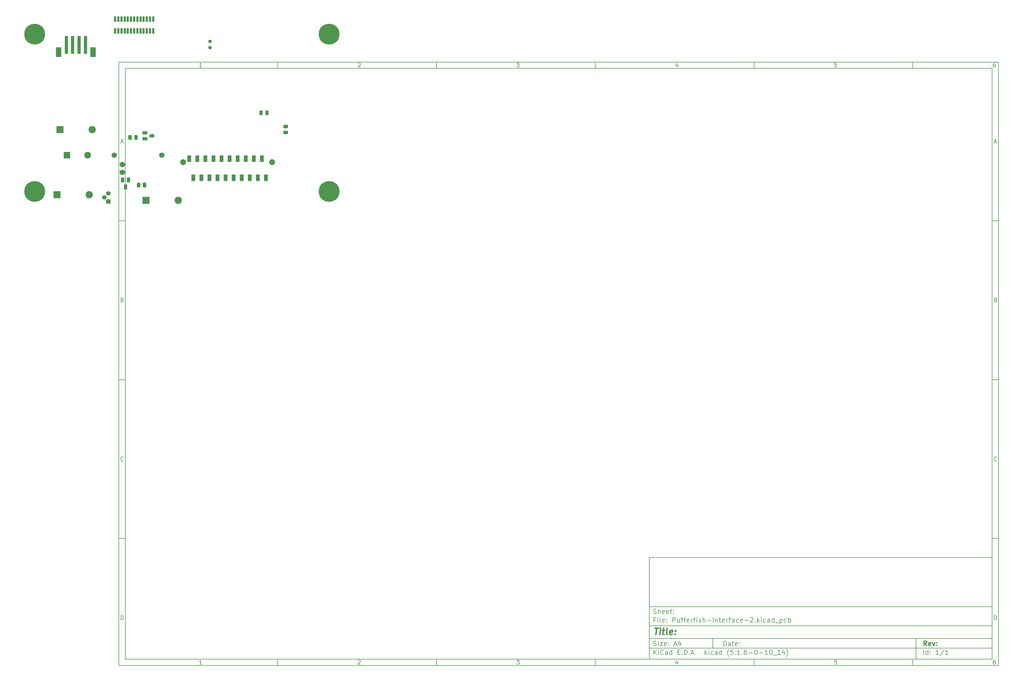
<source format=gbr>
G04 #@! TF.GenerationSoftware,KiCad,Pcbnew,(5.1.6-0-10_14)*
G04 #@! TF.CreationDate,2020-09-30T22:45:02-04:00*
G04 #@! TF.ProjectId,Pufferfish-Interface-2,50756666-6572-4666-9973-682d496e7465,rev?*
G04 #@! TF.SameCoordinates,Original*
G04 #@! TF.FileFunction,Soldermask,Bot*
G04 #@! TF.FilePolarity,Negative*
%FSLAX46Y46*%
G04 Gerber Fmt 4.6, Leading zero omitted, Abs format (unit mm)*
G04 Created by KiCad (PCBNEW (5.1.6-0-10_14)) date 2020-09-30 22:45:02*
%MOMM*%
%LPD*%
G01*
G04 APERTURE LIST*
%ADD10C,0.100000*%
%ADD11C,0.150000*%
%ADD12C,0.300000*%
%ADD13C,0.400000*%
%ADD14R,0.700000X1.750000*%
%ADD15C,1.852600*%
%ADD16R,1.293800X2.106600*%
%ADD17C,1.700000*%
%ADD18C,6.553200*%
%ADD19O,2.300000X2.300000*%
%ADD20R,2.300000X2.300000*%
%ADD21R,2.100000X2.100000*%
%ADD22C,2.100000*%
%ADD23C,1.110000*%
%ADD24R,1.400000X1.400000*%
%ADD25C,1.400000*%
%ADD26R,1.500000X1.100000*%
%ADD27R,1.100000X1.500000*%
%ADD28R,1.100000X5.600000*%
%ADD29R,1.700000X3.100000*%
G04 APERTURE END LIST*
D10*
D11*
X177002200Y-166007200D02*
X177002200Y-198007200D01*
X285002200Y-198007200D01*
X285002200Y-166007200D01*
X177002200Y-166007200D01*
D10*
D11*
X10000000Y-10000000D02*
X10000000Y-200007200D01*
X287002200Y-200007200D01*
X287002200Y-10000000D01*
X10000000Y-10000000D01*
D10*
D11*
X12000000Y-12000000D02*
X12000000Y-198007200D01*
X285002200Y-198007200D01*
X285002200Y-12000000D01*
X12000000Y-12000000D01*
D10*
D11*
X60000000Y-12000000D02*
X60000000Y-10000000D01*
D10*
D11*
X110000000Y-12000000D02*
X110000000Y-10000000D01*
D10*
D11*
X160000000Y-12000000D02*
X160000000Y-10000000D01*
D10*
D11*
X210000000Y-12000000D02*
X210000000Y-10000000D01*
D10*
D11*
X260000000Y-12000000D02*
X260000000Y-10000000D01*
D10*
D11*
X36065476Y-11588095D02*
X35322619Y-11588095D01*
X35694047Y-11588095D02*
X35694047Y-10288095D01*
X35570238Y-10473809D01*
X35446428Y-10597619D01*
X35322619Y-10659523D01*
D10*
D11*
X85322619Y-10411904D02*
X85384523Y-10350000D01*
X85508333Y-10288095D01*
X85817857Y-10288095D01*
X85941666Y-10350000D01*
X86003571Y-10411904D01*
X86065476Y-10535714D01*
X86065476Y-10659523D01*
X86003571Y-10845238D01*
X85260714Y-11588095D01*
X86065476Y-11588095D01*
D10*
D11*
X135260714Y-10288095D02*
X136065476Y-10288095D01*
X135632142Y-10783333D01*
X135817857Y-10783333D01*
X135941666Y-10845238D01*
X136003571Y-10907142D01*
X136065476Y-11030952D01*
X136065476Y-11340476D01*
X136003571Y-11464285D01*
X135941666Y-11526190D01*
X135817857Y-11588095D01*
X135446428Y-11588095D01*
X135322619Y-11526190D01*
X135260714Y-11464285D01*
D10*
D11*
X185941666Y-10721428D02*
X185941666Y-11588095D01*
X185632142Y-10226190D02*
X185322619Y-11154761D01*
X186127380Y-11154761D01*
D10*
D11*
X236003571Y-10288095D02*
X235384523Y-10288095D01*
X235322619Y-10907142D01*
X235384523Y-10845238D01*
X235508333Y-10783333D01*
X235817857Y-10783333D01*
X235941666Y-10845238D01*
X236003571Y-10907142D01*
X236065476Y-11030952D01*
X236065476Y-11340476D01*
X236003571Y-11464285D01*
X235941666Y-11526190D01*
X235817857Y-11588095D01*
X235508333Y-11588095D01*
X235384523Y-11526190D01*
X235322619Y-11464285D01*
D10*
D11*
X285941666Y-10288095D02*
X285694047Y-10288095D01*
X285570238Y-10350000D01*
X285508333Y-10411904D01*
X285384523Y-10597619D01*
X285322619Y-10845238D01*
X285322619Y-11340476D01*
X285384523Y-11464285D01*
X285446428Y-11526190D01*
X285570238Y-11588095D01*
X285817857Y-11588095D01*
X285941666Y-11526190D01*
X286003571Y-11464285D01*
X286065476Y-11340476D01*
X286065476Y-11030952D01*
X286003571Y-10907142D01*
X285941666Y-10845238D01*
X285817857Y-10783333D01*
X285570238Y-10783333D01*
X285446428Y-10845238D01*
X285384523Y-10907142D01*
X285322619Y-11030952D01*
D10*
D11*
X60000000Y-198007200D02*
X60000000Y-200007200D01*
D10*
D11*
X110000000Y-198007200D02*
X110000000Y-200007200D01*
D10*
D11*
X160000000Y-198007200D02*
X160000000Y-200007200D01*
D10*
D11*
X210000000Y-198007200D02*
X210000000Y-200007200D01*
D10*
D11*
X260000000Y-198007200D02*
X260000000Y-200007200D01*
D10*
D11*
X36065476Y-199595295D02*
X35322619Y-199595295D01*
X35694047Y-199595295D02*
X35694047Y-198295295D01*
X35570238Y-198481009D01*
X35446428Y-198604819D01*
X35322619Y-198666723D01*
D10*
D11*
X85322619Y-198419104D02*
X85384523Y-198357200D01*
X85508333Y-198295295D01*
X85817857Y-198295295D01*
X85941666Y-198357200D01*
X86003571Y-198419104D01*
X86065476Y-198542914D01*
X86065476Y-198666723D01*
X86003571Y-198852438D01*
X85260714Y-199595295D01*
X86065476Y-199595295D01*
D10*
D11*
X135260714Y-198295295D02*
X136065476Y-198295295D01*
X135632142Y-198790533D01*
X135817857Y-198790533D01*
X135941666Y-198852438D01*
X136003571Y-198914342D01*
X136065476Y-199038152D01*
X136065476Y-199347676D01*
X136003571Y-199471485D01*
X135941666Y-199533390D01*
X135817857Y-199595295D01*
X135446428Y-199595295D01*
X135322619Y-199533390D01*
X135260714Y-199471485D01*
D10*
D11*
X185941666Y-198728628D02*
X185941666Y-199595295D01*
X185632142Y-198233390D02*
X185322619Y-199161961D01*
X186127380Y-199161961D01*
D10*
D11*
X236003571Y-198295295D02*
X235384523Y-198295295D01*
X235322619Y-198914342D01*
X235384523Y-198852438D01*
X235508333Y-198790533D01*
X235817857Y-198790533D01*
X235941666Y-198852438D01*
X236003571Y-198914342D01*
X236065476Y-199038152D01*
X236065476Y-199347676D01*
X236003571Y-199471485D01*
X235941666Y-199533390D01*
X235817857Y-199595295D01*
X235508333Y-199595295D01*
X235384523Y-199533390D01*
X235322619Y-199471485D01*
D10*
D11*
X285941666Y-198295295D02*
X285694047Y-198295295D01*
X285570238Y-198357200D01*
X285508333Y-198419104D01*
X285384523Y-198604819D01*
X285322619Y-198852438D01*
X285322619Y-199347676D01*
X285384523Y-199471485D01*
X285446428Y-199533390D01*
X285570238Y-199595295D01*
X285817857Y-199595295D01*
X285941666Y-199533390D01*
X286003571Y-199471485D01*
X286065476Y-199347676D01*
X286065476Y-199038152D01*
X286003571Y-198914342D01*
X285941666Y-198852438D01*
X285817857Y-198790533D01*
X285570238Y-198790533D01*
X285446428Y-198852438D01*
X285384523Y-198914342D01*
X285322619Y-199038152D01*
D10*
D11*
X10000000Y-60000000D02*
X12000000Y-60000000D01*
D10*
D11*
X10000000Y-110000000D02*
X12000000Y-110000000D01*
D10*
D11*
X10000000Y-160000000D02*
X12000000Y-160000000D01*
D10*
D11*
X10690476Y-35216666D02*
X11309523Y-35216666D01*
X10566666Y-35588095D02*
X11000000Y-34288095D01*
X11433333Y-35588095D01*
D10*
D11*
X11092857Y-84907142D02*
X11278571Y-84969047D01*
X11340476Y-85030952D01*
X11402380Y-85154761D01*
X11402380Y-85340476D01*
X11340476Y-85464285D01*
X11278571Y-85526190D01*
X11154761Y-85588095D01*
X10659523Y-85588095D01*
X10659523Y-84288095D01*
X11092857Y-84288095D01*
X11216666Y-84350000D01*
X11278571Y-84411904D01*
X11340476Y-84535714D01*
X11340476Y-84659523D01*
X11278571Y-84783333D01*
X11216666Y-84845238D01*
X11092857Y-84907142D01*
X10659523Y-84907142D01*
D10*
D11*
X11402380Y-135464285D02*
X11340476Y-135526190D01*
X11154761Y-135588095D01*
X11030952Y-135588095D01*
X10845238Y-135526190D01*
X10721428Y-135402380D01*
X10659523Y-135278571D01*
X10597619Y-135030952D01*
X10597619Y-134845238D01*
X10659523Y-134597619D01*
X10721428Y-134473809D01*
X10845238Y-134350000D01*
X11030952Y-134288095D01*
X11154761Y-134288095D01*
X11340476Y-134350000D01*
X11402380Y-134411904D01*
D10*
D11*
X10659523Y-185588095D02*
X10659523Y-184288095D01*
X10969047Y-184288095D01*
X11154761Y-184350000D01*
X11278571Y-184473809D01*
X11340476Y-184597619D01*
X11402380Y-184845238D01*
X11402380Y-185030952D01*
X11340476Y-185278571D01*
X11278571Y-185402380D01*
X11154761Y-185526190D01*
X10969047Y-185588095D01*
X10659523Y-185588095D01*
D10*
D11*
X287002200Y-60000000D02*
X285002200Y-60000000D01*
D10*
D11*
X287002200Y-110000000D02*
X285002200Y-110000000D01*
D10*
D11*
X287002200Y-160000000D02*
X285002200Y-160000000D01*
D10*
D11*
X285692676Y-35216666D02*
X286311723Y-35216666D01*
X285568866Y-35588095D02*
X286002200Y-34288095D01*
X286435533Y-35588095D01*
D10*
D11*
X286095057Y-84907142D02*
X286280771Y-84969047D01*
X286342676Y-85030952D01*
X286404580Y-85154761D01*
X286404580Y-85340476D01*
X286342676Y-85464285D01*
X286280771Y-85526190D01*
X286156961Y-85588095D01*
X285661723Y-85588095D01*
X285661723Y-84288095D01*
X286095057Y-84288095D01*
X286218866Y-84350000D01*
X286280771Y-84411904D01*
X286342676Y-84535714D01*
X286342676Y-84659523D01*
X286280771Y-84783333D01*
X286218866Y-84845238D01*
X286095057Y-84907142D01*
X285661723Y-84907142D01*
D10*
D11*
X286404580Y-135464285D02*
X286342676Y-135526190D01*
X286156961Y-135588095D01*
X286033152Y-135588095D01*
X285847438Y-135526190D01*
X285723628Y-135402380D01*
X285661723Y-135278571D01*
X285599819Y-135030952D01*
X285599819Y-134845238D01*
X285661723Y-134597619D01*
X285723628Y-134473809D01*
X285847438Y-134350000D01*
X286033152Y-134288095D01*
X286156961Y-134288095D01*
X286342676Y-134350000D01*
X286404580Y-134411904D01*
D10*
D11*
X285661723Y-185588095D02*
X285661723Y-184288095D01*
X285971247Y-184288095D01*
X286156961Y-184350000D01*
X286280771Y-184473809D01*
X286342676Y-184597619D01*
X286404580Y-184845238D01*
X286404580Y-185030952D01*
X286342676Y-185278571D01*
X286280771Y-185402380D01*
X286156961Y-185526190D01*
X285971247Y-185588095D01*
X285661723Y-185588095D01*
D10*
D11*
X200434342Y-193785771D02*
X200434342Y-192285771D01*
X200791485Y-192285771D01*
X201005771Y-192357200D01*
X201148628Y-192500057D01*
X201220057Y-192642914D01*
X201291485Y-192928628D01*
X201291485Y-193142914D01*
X201220057Y-193428628D01*
X201148628Y-193571485D01*
X201005771Y-193714342D01*
X200791485Y-193785771D01*
X200434342Y-193785771D01*
X202577200Y-193785771D02*
X202577200Y-193000057D01*
X202505771Y-192857200D01*
X202362914Y-192785771D01*
X202077200Y-192785771D01*
X201934342Y-192857200D01*
X202577200Y-193714342D02*
X202434342Y-193785771D01*
X202077200Y-193785771D01*
X201934342Y-193714342D01*
X201862914Y-193571485D01*
X201862914Y-193428628D01*
X201934342Y-193285771D01*
X202077200Y-193214342D01*
X202434342Y-193214342D01*
X202577200Y-193142914D01*
X203077200Y-192785771D02*
X203648628Y-192785771D01*
X203291485Y-192285771D02*
X203291485Y-193571485D01*
X203362914Y-193714342D01*
X203505771Y-193785771D01*
X203648628Y-193785771D01*
X204720057Y-193714342D02*
X204577200Y-193785771D01*
X204291485Y-193785771D01*
X204148628Y-193714342D01*
X204077200Y-193571485D01*
X204077200Y-193000057D01*
X204148628Y-192857200D01*
X204291485Y-192785771D01*
X204577200Y-192785771D01*
X204720057Y-192857200D01*
X204791485Y-193000057D01*
X204791485Y-193142914D01*
X204077200Y-193285771D01*
X205434342Y-193642914D02*
X205505771Y-193714342D01*
X205434342Y-193785771D01*
X205362914Y-193714342D01*
X205434342Y-193642914D01*
X205434342Y-193785771D01*
X205434342Y-192857200D02*
X205505771Y-192928628D01*
X205434342Y-193000057D01*
X205362914Y-192928628D01*
X205434342Y-192857200D01*
X205434342Y-193000057D01*
D10*
D11*
X177002200Y-194507200D02*
X285002200Y-194507200D01*
D10*
D11*
X178434342Y-196585771D02*
X178434342Y-195085771D01*
X179291485Y-196585771D02*
X178648628Y-195728628D01*
X179291485Y-195085771D02*
X178434342Y-195942914D01*
X179934342Y-196585771D02*
X179934342Y-195585771D01*
X179934342Y-195085771D02*
X179862914Y-195157200D01*
X179934342Y-195228628D01*
X180005771Y-195157200D01*
X179934342Y-195085771D01*
X179934342Y-195228628D01*
X181505771Y-196442914D02*
X181434342Y-196514342D01*
X181220057Y-196585771D01*
X181077200Y-196585771D01*
X180862914Y-196514342D01*
X180720057Y-196371485D01*
X180648628Y-196228628D01*
X180577200Y-195942914D01*
X180577200Y-195728628D01*
X180648628Y-195442914D01*
X180720057Y-195300057D01*
X180862914Y-195157200D01*
X181077200Y-195085771D01*
X181220057Y-195085771D01*
X181434342Y-195157200D01*
X181505771Y-195228628D01*
X182791485Y-196585771D02*
X182791485Y-195800057D01*
X182720057Y-195657200D01*
X182577200Y-195585771D01*
X182291485Y-195585771D01*
X182148628Y-195657200D01*
X182791485Y-196514342D02*
X182648628Y-196585771D01*
X182291485Y-196585771D01*
X182148628Y-196514342D01*
X182077200Y-196371485D01*
X182077200Y-196228628D01*
X182148628Y-196085771D01*
X182291485Y-196014342D01*
X182648628Y-196014342D01*
X182791485Y-195942914D01*
X184148628Y-196585771D02*
X184148628Y-195085771D01*
X184148628Y-196514342D02*
X184005771Y-196585771D01*
X183720057Y-196585771D01*
X183577200Y-196514342D01*
X183505771Y-196442914D01*
X183434342Y-196300057D01*
X183434342Y-195871485D01*
X183505771Y-195728628D01*
X183577200Y-195657200D01*
X183720057Y-195585771D01*
X184005771Y-195585771D01*
X184148628Y-195657200D01*
X186005771Y-195800057D02*
X186505771Y-195800057D01*
X186720057Y-196585771D02*
X186005771Y-196585771D01*
X186005771Y-195085771D01*
X186720057Y-195085771D01*
X187362914Y-196442914D02*
X187434342Y-196514342D01*
X187362914Y-196585771D01*
X187291485Y-196514342D01*
X187362914Y-196442914D01*
X187362914Y-196585771D01*
X188077200Y-196585771D02*
X188077200Y-195085771D01*
X188434342Y-195085771D01*
X188648628Y-195157200D01*
X188791485Y-195300057D01*
X188862914Y-195442914D01*
X188934342Y-195728628D01*
X188934342Y-195942914D01*
X188862914Y-196228628D01*
X188791485Y-196371485D01*
X188648628Y-196514342D01*
X188434342Y-196585771D01*
X188077200Y-196585771D01*
X189577200Y-196442914D02*
X189648628Y-196514342D01*
X189577200Y-196585771D01*
X189505771Y-196514342D01*
X189577200Y-196442914D01*
X189577200Y-196585771D01*
X190220057Y-196157200D02*
X190934342Y-196157200D01*
X190077200Y-196585771D02*
X190577200Y-195085771D01*
X191077200Y-196585771D01*
X191577200Y-196442914D02*
X191648628Y-196514342D01*
X191577200Y-196585771D01*
X191505771Y-196514342D01*
X191577200Y-196442914D01*
X191577200Y-196585771D01*
X194577200Y-196585771D02*
X194577200Y-195085771D01*
X194720057Y-196014342D02*
X195148628Y-196585771D01*
X195148628Y-195585771D02*
X194577200Y-196157200D01*
X195791485Y-196585771D02*
X195791485Y-195585771D01*
X195791485Y-195085771D02*
X195720057Y-195157200D01*
X195791485Y-195228628D01*
X195862914Y-195157200D01*
X195791485Y-195085771D01*
X195791485Y-195228628D01*
X197148628Y-196514342D02*
X197005771Y-196585771D01*
X196720057Y-196585771D01*
X196577200Y-196514342D01*
X196505771Y-196442914D01*
X196434342Y-196300057D01*
X196434342Y-195871485D01*
X196505771Y-195728628D01*
X196577200Y-195657200D01*
X196720057Y-195585771D01*
X197005771Y-195585771D01*
X197148628Y-195657200D01*
X198434342Y-196585771D02*
X198434342Y-195800057D01*
X198362914Y-195657200D01*
X198220057Y-195585771D01*
X197934342Y-195585771D01*
X197791485Y-195657200D01*
X198434342Y-196514342D02*
X198291485Y-196585771D01*
X197934342Y-196585771D01*
X197791485Y-196514342D01*
X197720057Y-196371485D01*
X197720057Y-196228628D01*
X197791485Y-196085771D01*
X197934342Y-196014342D01*
X198291485Y-196014342D01*
X198434342Y-195942914D01*
X199791485Y-196585771D02*
X199791485Y-195085771D01*
X199791485Y-196514342D02*
X199648628Y-196585771D01*
X199362914Y-196585771D01*
X199220057Y-196514342D01*
X199148628Y-196442914D01*
X199077200Y-196300057D01*
X199077200Y-195871485D01*
X199148628Y-195728628D01*
X199220057Y-195657200D01*
X199362914Y-195585771D01*
X199648628Y-195585771D01*
X199791485Y-195657200D01*
X202077200Y-197157200D02*
X202005771Y-197085771D01*
X201862914Y-196871485D01*
X201791485Y-196728628D01*
X201720057Y-196514342D01*
X201648628Y-196157200D01*
X201648628Y-195871485D01*
X201720057Y-195514342D01*
X201791485Y-195300057D01*
X201862914Y-195157200D01*
X202005771Y-194942914D01*
X202077200Y-194871485D01*
X203362914Y-195085771D02*
X202648628Y-195085771D01*
X202577200Y-195800057D01*
X202648628Y-195728628D01*
X202791485Y-195657200D01*
X203148628Y-195657200D01*
X203291485Y-195728628D01*
X203362914Y-195800057D01*
X203434342Y-195942914D01*
X203434342Y-196300057D01*
X203362914Y-196442914D01*
X203291485Y-196514342D01*
X203148628Y-196585771D01*
X202791485Y-196585771D01*
X202648628Y-196514342D01*
X202577200Y-196442914D01*
X204077200Y-196442914D02*
X204148628Y-196514342D01*
X204077200Y-196585771D01*
X204005771Y-196514342D01*
X204077200Y-196442914D01*
X204077200Y-196585771D01*
X205577200Y-196585771D02*
X204720057Y-196585771D01*
X205148628Y-196585771D02*
X205148628Y-195085771D01*
X205005771Y-195300057D01*
X204862914Y-195442914D01*
X204720057Y-195514342D01*
X206220057Y-196442914D02*
X206291485Y-196514342D01*
X206220057Y-196585771D01*
X206148628Y-196514342D01*
X206220057Y-196442914D01*
X206220057Y-196585771D01*
X207577200Y-195085771D02*
X207291485Y-195085771D01*
X207148628Y-195157200D01*
X207077200Y-195228628D01*
X206934342Y-195442914D01*
X206862914Y-195728628D01*
X206862914Y-196300057D01*
X206934342Y-196442914D01*
X207005771Y-196514342D01*
X207148628Y-196585771D01*
X207434342Y-196585771D01*
X207577200Y-196514342D01*
X207648628Y-196442914D01*
X207720057Y-196300057D01*
X207720057Y-195942914D01*
X207648628Y-195800057D01*
X207577200Y-195728628D01*
X207434342Y-195657200D01*
X207148628Y-195657200D01*
X207005771Y-195728628D01*
X206934342Y-195800057D01*
X206862914Y-195942914D01*
X208362914Y-196014342D02*
X209505771Y-196014342D01*
X210505771Y-195085771D02*
X210648628Y-195085771D01*
X210791485Y-195157200D01*
X210862914Y-195228628D01*
X210934342Y-195371485D01*
X211005771Y-195657200D01*
X211005771Y-196014342D01*
X210934342Y-196300057D01*
X210862914Y-196442914D01*
X210791485Y-196514342D01*
X210648628Y-196585771D01*
X210505771Y-196585771D01*
X210362914Y-196514342D01*
X210291485Y-196442914D01*
X210220057Y-196300057D01*
X210148628Y-196014342D01*
X210148628Y-195657200D01*
X210220057Y-195371485D01*
X210291485Y-195228628D01*
X210362914Y-195157200D01*
X210505771Y-195085771D01*
X211648628Y-196014342D02*
X212791485Y-196014342D01*
X214291485Y-196585771D02*
X213434342Y-196585771D01*
X213862914Y-196585771D02*
X213862914Y-195085771D01*
X213720057Y-195300057D01*
X213577200Y-195442914D01*
X213434342Y-195514342D01*
X215220057Y-195085771D02*
X215362914Y-195085771D01*
X215505771Y-195157200D01*
X215577200Y-195228628D01*
X215648628Y-195371485D01*
X215720057Y-195657200D01*
X215720057Y-196014342D01*
X215648628Y-196300057D01*
X215577200Y-196442914D01*
X215505771Y-196514342D01*
X215362914Y-196585771D01*
X215220057Y-196585771D01*
X215077200Y-196514342D01*
X215005771Y-196442914D01*
X214934342Y-196300057D01*
X214862914Y-196014342D01*
X214862914Y-195657200D01*
X214934342Y-195371485D01*
X215005771Y-195228628D01*
X215077200Y-195157200D01*
X215220057Y-195085771D01*
X216005771Y-196728628D02*
X217148628Y-196728628D01*
X218291485Y-196585771D02*
X217434342Y-196585771D01*
X217862914Y-196585771D02*
X217862914Y-195085771D01*
X217720057Y-195300057D01*
X217577200Y-195442914D01*
X217434342Y-195514342D01*
X219577200Y-195585771D02*
X219577200Y-196585771D01*
X219220057Y-195014342D02*
X218862914Y-196085771D01*
X219791485Y-196085771D01*
X220220057Y-197157200D02*
X220291485Y-197085771D01*
X220434342Y-196871485D01*
X220505771Y-196728628D01*
X220577200Y-196514342D01*
X220648628Y-196157200D01*
X220648628Y-195871485D01*
X220577200Y-195514342D01*
X220505771Y-195300057D01*
X220434342Y-195157200D01*
X220291485Y-194942914D01*
X220220057Y-194871485D01*
D10*
D11*
X177002200Y-191507200D02*
X285002200Y-191507200D01*
D10*
D12*
X264411485Y-193785771D02*
X263911485Y-193071485D01*
X263554342Y-193785771D02*
X263554342Y-192285771D01*
X264125771Y-192285771D01*
X264268628Y-192357200D01*
X264340057Y-192428628D01*
X264411485Y-192571485D01*
X264411485Y-192785771D01*
X264340057Y-192928628D01*
X264268628Y-193000057D01*
X264125771Y-193071485D01*
X263554342Y-193071485D01*
X265625771Y-193714342D02*
X265482914Y-193785771D01*
X265197200Y-193785771D01*
X265054342Y-193714342D01*
X264982914Y-193571485D01*
X264982914Y-193000057D01*
X265054342Y-192857200D01*
X265197200Y-192785771D01*
X265482914Y-192785771D01*
X265625771Y-192857200D01*
X265697200Y-193000057D01*
X265697200Y-193142914D01*
X264982914Y-193285771D01*
X266197200Y-192785771D02*
X266554342Y-193785771D01*
X266911485Y-192785771D01*
X267482914Y-193642914D02*
X267554342Y-193714342D01*
X267482914Y-193785771D01*
X267411485Y-193714342D01*
X267482914Y-193642914D01*
X267482914Y-193785771D01*
X267482914Y-192857200D02*
X267554342Y-192928628D01*
X267482914Y-193000057D01*
X267411485Y-192928628D01*
X267482914Y-192857200D01*
X267482914Y-193000057D01*
D10*
D11*
X178362914Y-193714342D02*
X178577200Y-193785771D01*
X178934342Y-193785771D01*
X179077200Y-193714342D01*
X179148628Y-193642914D01*
X179220057Y-193500057D01*
X179220057Y-193357200D01*
X179148628Y-193214342D01*
X179077200Y-193142914D01*
X178934342Y-193071485D01*
X178648628Y-193000057D01*
X178505771Y-192928628D01*
X178434342Y-192857200D01*
X178362914Y-192714342D01*
X178362914Y-192571485D01*
X178434342Y-192428628D01*
X178505771Y-192357200D01*
X178648628Y-192285771D01*
X179005771Y-192285771D01*
X179220057Y-192357200D01*
X179862914Y-193785771D02*
X179862914Y-192785771D01*
X179862914Y-192285771D02*
X179791485Y-192357200D01*
X179862914Y-192428628D01*
X179934342Y-192357200D01*
X179862914Y-192285771D01*
X179862914Y-192428628D01*
X180434342Y-192785771D02*
X181220057Y-192785771D01*
X180434342Y-193785771D01*
X181220057Y-193785771D01*
X182362914Y-193714342D02*
X182220057Y-193785771D01*
X181934342Y-193785771D01*
X181791485Y-193714342D01*
X181720057Y-193571485D01*
X181720057Y-193000057D01*
X181791485Y-192857200D01*
X181934342Y-192785771D01*
X182220057Y-192785771D01*
X182362914Y-192857200D01*
X182434342Y-193000057D01*
X182434342Y-193142914D01*
X181720057Y-193285771D01*
X183077200Y-193642914D02*
X183148628Y-193714342D01*
X183077200Y-193785771D01*
X183005771Y-193714342D01*
X183077200Y-193642914D01*
X183077200Y-193785771D01*
X183077200Y-192857200D02*
X183148628Y-192928628D01*
X183077200Y-193000057D01*
X183005771Y-192928628D01*
X183077200Y-192857200D01*
X183077200Y-193000057D01*
X184862914Y-193357200D02*
X185577200Y-193357200D01*
X184720057Y-193785771D02*
X185220057Y-192285771D01*
X185720057Y-193785771D01*
X186862914Y-192785771D02*
X186862914Y-193785771D01*
X186505771Y-192214342D02*
X186148628Y-193285771D01*
X187077200Y-193285771D01*
D10*
D11*
X263434342Y-196585771D02*
X263434342Y-195085771D01*
X264791485Y-196585771D02*
X264791485Y-195085771D01*
X264791485Y-196514342D02*
X264648628Y-196585771D01*
X264362914Y-196585771D01*
X264220057Y-196514342D01*
X264148628Y-196442914D01*
X264077200Y-196300057D01*
X264077200Y-195871485D01*
X264148628Y-195728628D01*
X264220057Y-195657200D01*
X264362914Y-195585771D01*
X264648628Y-195585771D01*
X264791485Y-195657200D01*
X265505771Y-196442914D02*
X265577200Y-196514342D01*
X265505771Y-196585771D01*
X265434342Y-196514342D01*
X265505771Y-196442914D01*
X265505771Y-196585771D01*
X265505771Y-195657200D02*
X265577200Y-195728628D01*
X265505771Y-195800057D01*
X265434342Y-195728628D01*
X265505771Y-195657200D01*
X265505771Y-195800057D01*
X268148628Y-196585771D02*
X267291485Y-196585771D01*
X267720057Y-196585771D02*
X267720057Y-195085771D01*
X267577200Y-195300057D01*
X267434342Y-195442914D01*
X267291485Y-195514342D01*
X269862914Y-195014342D02*
X268577200Y-196942914D01*
X271148628Y-196585771D02*
X270291485Y-196585771D01*
X270720057Y-196585771D02*
X270720057Y-195085771D01*
X270577200Y-195300057D01*
X270434342Y-195442914D01*
X270291485Y-195514342D01*
D10*
D11*
X177002200Y-187507200D02*
X285002200Y-187507200D01*
D10*
D13*
X178714580Y-188211961D02*
X179857438Y-188211961D01*
X179036009Y-190211961D02*
X179286009Y-188211961D01*
X180274104Y-190211961D02*
X180440771Y-188878628D01*
X180524104Y-188211961D02*
X180416961Y-188307200D01*
X180500295Y-188402438D01*
X180607438Y-188307200D01*
X180524104Y-188211961D01*
X180500295Y-188402438D01*
X181107438Y-188878628D02*
X181869342Y-188878628D01*
X181476485Y-188211961D02*
X181262200Y-189926247D01*
X181333628Y-190116723D01*
X181512200Y-190211961D01*
X181702676Y-190211961D01*
X182655057Y-190211961D02*
X182476485Y-190116723D01*
X182405057Y-189926247D01*
X182619342Y-188211961D01*
X184190771Y-190116723D02*
X183988390Y-190211961D01*
X183607438Y-190211961D01*
X183428866Y-190116723D01*
X183357438Y-189926247D01*
X183452676Y-189164342D01*
X183571723Y-188973866D01*
X183774104Y-188878628D01*
X184155057Y-188878628D01*
X184333628Y-188973866D01*
X184405057Y-189164342D01*
X184381247Y-189354819D01*
X183405057Y-189545295D01*
X185155057Y-190021485D02*
X185238390Y-190116723D01*
X185131247Y-190211961D01*
X185047914Y-190116723D01*
X185155057Y-190021485D01*
X185131247Y-190211961D01*
X185286009Y-188973866D02*
X185369342Y-189069104D01*
X185262200Y-189164342D01*
X185178866Y-189069104D01*
X185286009Y-188973866D01*
X185262200Y-189164342D01*
D10*
D11*
X178934342Y-185600057D02*
X178434342Y-185600057D01*
X178434342Y-186385771D02*
X178434342Y-184885771D01*
X179148628Y-184885771D01*
X179720057Y-186385771D02*
X179720057Y-185385771D01*
X179720057Y-184885771D02*
X179648628Y-184957200D01*
X179720057Y-185028628D01*
X179791485Y-184957200D01*
X179720057Y-184885771D01*
X179720057Y-185028628D01*
X180648628Y-186385771D02*
X180505771Y-186314342D01*
X180434342Y-186171485D01*
X180434342Y-184885771D01*
X181791485Y-186314342D02*
X181648628Y-186385771D01*
X181362914Y-186385771D01*
X181220057Y-186314342D01*
X181148628Y-186171485D01*
X181148628Y-185600057D01*
X181220057Y-185457200D01*
X181362914Y-185385771D01*
X181648628Y-185385771D01*
X181791485Y-185457200D01*
X181862914Y-185600057D01*
X181862914Y-185742914D01*
X181148628Y-185885771D01*
X182505771Y-186242914D02*
X182577200Y-186314342D01*
X182505771Y-186385771D01*
X182434342Y-186314342D01*
X182505771Y-186242914D01*
X182505771Y-186385771D01*
X182505771Y-185457200D02*
X182577200Y-185528628D01*
X182505771Y-185600057D01*
X182434342Y-185528628D01*
X182505771Y-185457200D01*
X182505771Y-185600057D01*
X184362914Y-186385771D02*
X184362914Y-184885771D01*
X184934342Y-184885771D01*
X185077200Y-184957200D01*
X185148628Y-185028628D01*
X185220057Y-185171485D01*
X185220057Y-185385771D01*
X185148628Y-185528628D01*
X185077200Y-185600057D01*
X184934342Y-185671485D01*
X184362914Y-185671485D01*
X186505771Y-185385771D02*
X186505771Y-186385771D01*
X185862914Y-185385771D02*
X185862914Y-186171485D01*
X185934342Y-186314342D01*
X186077200Y-186385771D01*
X186291485Y-186385771D01*
X186434342Y-186314342D01*
X186505771Y-186242914D01*
X187005771Y-185385771D02*
X187577200Y-185385771D01*
X187220057Y-186385771D02*
X187220057Y-185100057D01*
X187291485Y-184957200D01*
X187434342Y-184885771D01*
X187577200Y-184885771D01*
X187862914Y-185385771D02*
X188434342Y-185385771D01*
X188077200Y-186385771D02*
X188077200Y-185100057D01*
X188148628Y-184957200D01*
X188291485Y-184885771D01*
X188434342Y-184885771D01*
X189505771Y-186314342D02*
X189362914Y-186385771D01*
X189077200Y-186385771D01*
X188934342Y-186314342D01*
X188862914Y-186171485D01*
X188862914Y-185600057D01*
X188934342Y-185457200D01*
X189077200Y-185385771D01*
X189362914Y-185385771D01*
X189505771Y-185457200D01*
X189577200Y-185600057D01*
X189577200Y-185742914D01*
X188862914Y-185885771D01*
X190220057Y-186385771D02*
X190220057Y-185385771D01*
X190220057Y-185671485D02*
X190291485Y-185528628D01*
X190362914Y-185457200D01*
X190505771Y-185385771D01*
X190648628Y-185385771D01*
X190934342Y-185385771D02*
X191505771Y-185385771D01*
X191148628Y-186385771D02*
X191148628Y-185100057D01*
X191220057Y-184957200D01*
X191362914Y-184885771D01*
X191505771Y-184885771D01*
X192005771Y-186385771D02*
X192005771Y-185385771D01*
X192005771Y-184885771D02*
X191934342Y-184957200D01*
X192005771Y-185028628D01*
X192077200Y-184957200D01*
X192005771Y-184885771D01*
X192005771Y-185028628D01*
X192648628Y-186314342D02*
X192791485Y-186385771D01*
X193077200Y-186385771D01*
X193220057Y-186314342D01*
X193291485Y-186171485D01*
X193291485Y-186100057D01*
X193220057Y-185957200D01*
X193077200Y-185885771D01*
X192862914Y-185885771D01*
X192720057Y-185814342D01*
X192648628Y-185671485D01*
X192648628Y-185600057D01*
X192720057Y-185457200D01*
X192862914Y-185385771D01*
X193077200Y-185385771D01*
X193220057Y-185457200D01*
X193934342Y-186385771D02*
X193934342Y-184885771D01*
X194577200Y-186385771D02*
X194577200Y-185600057D01*
X194505771Y-185457200D01*
X194362914Y-185385771D01*
X194148628Y-185385771D01*
X194005771Y-185457200D01*
X193934342Y-185528628D01*
X195291485Y-185814342D02*
X196434342Y-185814342D01*
X197148628Y-186385771D02*
X197148628Y-184885771D01*
X197862914Y-185385771D02*
X197862914Y-186385771D01*
X197862914Y-185528628D02*
X197934342Y-185457200D01*
X198077200Y-185385771D01*
X198291485Y-185385771D01*
X198434342Y-185457200D01*
X198505771Y-185600057D01*
X198505771Y-186385771D01*
X199005771Y-185385771D02*
X199577200Y-185385771D01*
X199220057Y-184885771D02*
X199220057Y-186171485D01*
X199291485Y-186314342D01*
X199434342Y-186385771D01*
X199577200Y-186385771D01*
X200648628Y-186314342D02*
X200505771Y-186385771D01*
X200220057Y-186385771D01*
X200077200Y-186314342D01*
X200005771Y-186171485D01*
X200005771Y-185600057D01*
X200077200Y-185457200D01*
X200220057Y-185385771D01*
X200505771Y-185385771D01*
X200648628Y-185457200D01*
X200720057Y-185600057D01*
X200720057Y-185742914D01*
X200005771Y-185885771D01*
X201362914Y-186385771D02*
X201362914Y-185385771D01*
X201362914Y-185671485D02*
X201434342Y-185528628D01*
X201505771Y-185457200D01*
X201648628Y-185385771D01*
X201791485Y-185385771D01*
X202077200Y-185385771D02*
X202648628Y-185385771D01*
X202291485Y-186385771D02*
X202291485Y-185100057D01*
X202362914Y-184957200D01*
X202505771Y-184885771D01*
X202648628Y-184885771D01*
X203791485Y-186385771D02*
X203791485Y-185600057D01*
X203720057Y-185457200D01*
X203577200Y-185385771D01*
X203291485Y-185385771D01*
X203148628Y-185457200D01*
X203791485Y-186314342D02*
X203648628Y-186385771D01*
X203291485Y-186385771D01*
X203148628Y-186314342D01*
X203077200Y-186171485D01*
X203077200Y-186028628D01*
X203148628Y-185885771D01*
X203291485Y-185814342D01*
X203648628Y-185814342D01*
X203791485Y-185742914D01*
X205148628Y-186314342D02*
X205005771Y-186385771D01*
X204720057Y-186385771D01*
X204577200Y-186314342D01*
X204505771Y-186242914D01*
X204434342Y-186100057D01*
X204434342Y-185671485D01*
X204505771Y-185528628D01*
X204577200Y-185457200D01*
X204720057Y-185385771D01*
X205005771Y-185385771D01*
X205148628Y-185457200D01*
X206362914Y-186314342D02*
X206220057Y-186385771D01*
X205934342Y-186385771D01*
X205791485Y-186314342D01*
X205720057Y-186171485D01*
X205720057Y-185600057D01*
X205791485Y-185457200D01*
X205934342Y-185385771D01*
X206220057Y-185385771D01*
X206362914Y-185457200D01*
X206434342Y-185600057D01*
X206434342Y-185742914D01*
X205720057Y-185885771D01*
X207077200Y-185814342D02*
X208220057Y-185814342D01*
X208862914Y-185028628D02*
X208934342Y-184957200D01*
X209077200Y-184885771D01*
X209434342Y-184885771D01*
X209577200Y-184957200D01*
X209648628Y-185028628D01*
X209720057Y-185171485D01*
X209720057Y-185314342D01*
X209648628Y-185528628D01*
X208791485Y-186385771D01*
X209720057Y-186385771D01*
X210362914Y-186242914D02*
X210434342Y-186314342D01*
X210362914Y-186385771D01*
X210291485Y-186314342D01*
X210362914Y-186242914D01*
X210362914Y-186385771D01*
X211077200Y-186385771D02*
X211077200Y-184885771D01*
X211220057Y-185814342D02*
X211648628Y-186385771D01*
X211648628Y-185385771D02*
X211077200Y-185957200D01*
X212291485Y-186385771D02*
X212291485Y-185385771D01*
X212291485Y-184885771D02*
X212220057Y-184957200D01*
X212291485Y-185028628D01*
X212362914Y-184957200D01*
X212291485Y-184885771D01*
X212291485Y-185028628D01*
X213648628Y-186314342D02*
X213505771Y-186385771D01*
X213220057Y-186385771D01*
X213077200Y-186314342D01*
X213005771Y-186242914D01*
X212934342Y-186100057D01*
X212934342Y-185671485D01*
X213005771Y-185528628D01*
X213077200Y-185457200D01*
X213220057Y-185385771D01*
X213505771Y-185385771D01*
X213648628Y-185457200D01*
X214934342Y-186385771D02*
X214934342Y-185600057D01*
X214862914Y-185457200D01*
X214720057Y-185385771D01*
X214434342Y-185385771D01*
X214291485Y-185457200D01*
X214934342Y-186314342D02*
X214791485Y-186385771D01*
X214434342Y-186385771D01*
X214291485Y-186314342D01*
X214220057Y-186171485D01*
X214220057Y-186028628D01*
X214291485Y-185885771D01*
X214434342Y-185814342D01*
X214791485Y-185814342D01*
X214934342Y-185742914D01*
X216291485Y-186385771D02*
X216291485Y-184885771D01*
X216291485Y-186314342D02*
X216148628Y-186385771D01*
X215862914Y-186385771D01*
X215720057Y-186314342D01*
X215648628Y-186242914D01*
X215577200Y-186100057D01*
X215577200Y-185671485D01*
X215648628Y-185528628D01*
X215720057Y-185457200D01*
X215862914Y-185385771D01*
X216148628Y-185385771D01*
X216291485Y-185457200D01*
X216648628Y-186528628D02*
X217791485Y-186528628D01*
X218148628Y-185385771D02*
X218148628Y-186885771D01*
X218148628Y-185457200D02*
X218291485Y-185385771D01*
X218577200Y-185385771D01*
X218720057Y-185457200D01*
X218791485Y-185528628D01*
X218862914Y-185671485D01*
X218862914Y-186100057D01*
X218791485Y-186242914D01*
X218720057Y-186314342D01*
X218577200Y-186385771D01*
X218291485Y-186385771D01*
X218148628Y-186314342D01*
X220148628Y-186314342D02*
X220005771Y-186385771D01*
X219720057Y-186385771D01*
X219577200Y-186314342D01*
X219505771Y-186242914D01*
X219434342Y-186100057D01*
X219434342Y-185671485D01*
X219505771Y-185528628D01*
X219577200Y-185457200D01*
X219720057Y-185385771D01*
X220005771Y-185385771D01*
X220148628Y-185457200D01*
X220791485Y-186385771D02*
X220791485Y-184885771D01*
X220791485Y-185457200D02*
X220934342Y-185385771D01*
X221220057Y-185385771D01*
X221362914Y-185457200D01*
X221434342Y-185528628D01*
X221505771Y-185671485D01*
X221505771Y-186100057D01*
X221434342Y-186242914D01*
X221362914Y-186314342D01*
X221220057Y-186385771D01*
X220934342Y-186385771D01*
X220791485Y-186314342D01*
D10*
D11*
X177002200Y-181507200D02*
X285002200Y-181507200D01*
D10*
D11*
X178362914Y-183614342D02*
X178577200Y-183685771D01*
X178934342Y-183685771D01*
X179077200Y-183614342D01*
X179148628Y-183542914D01*
X179220057Y-183400057D01*
X179220057Y-183257200D01*
X179148628Y-183114342D01*
X179077200Y-183042914D01*
X178934342Y-182971485D01*
X178648628Y-182900057D01*
X178505771Y-182828628D01*
X178434342Y-182757200D01*
X178362914Y-182614342D01*
X178362914Y-182471485D01*
X178434342Y-182328628D01*
X178505771Y-182257200D01*
X178648628Y-182185771D01*
X179005771Y-182185771D01*
X179220057Y-182257200D01*
X179862914Y-183685771D02*
X179862914Y-182185771D01*
X180505771Y-183685771D02*
X180505771Y-182900057D01*
X180434342Y-182757200D01*
X180291485Y-182685771D01*
X180077200Y-182685771D01*
X179934342Y-182757200D01*
X179862914Y-182828628D01*
X181791485Y-183614342D02*
X181648628Y-183685771D01*
X181362914Y-183685771D01*
X181220057Y-183614342D01*
X181148628Y-183471485D01*
X181148628Y-182900057D01*
X181220057Y-182757200D01*
X181362914Y-182685771D01*
X181648628Y-182685771D01*
X181791485Y-182757200D01*
X181862914Y-182900057D01*
X181862914Y-183042914D01*
X181148628Y-183185771D01*
X183077200Y-183614342D02*
X182934342Y-183685771D01*
X182648628Y-183685771D01*
X182505771Y-183614342D01*
X182434342Y-183471485D01*
X182434342Y-182900057D01*
X182505771Y-182757200D01*
X182648628Y-182685771D01*
X182934342Y-182685771D01*
X183077200Y-182757200D01*
X183148628Y-182900057D01*
X183148628Y-183042914D01*
X182434342Y-183185771D01*
X183577200Y-182685771D02*
X184148628Y-182685771D01*
X183791485Y-182185771D02*
X183791485Y-183471485D01*
X183862914Y-183614342D01*
X184005771Y-183685771D01*
X184148628Y-183685771D01*
X184648628Y-183542914D02*
X184720057Y-183614342D01*
X184648628Y-183685771D01*
X184577200Y-183614342D01*
X184648628Y-183542914D01*
X184648628Y-183685771D01*
X184648628Y-182757200D02*
X184720057Y-182828628D01*
X184648628Y-182900057D01*
X184577200Y-182828628D01*
X184648628Y-182757200D01*
X184648628Y-182900057D01*
D10*
D11*
X197002200Y-191507200D02*
X197002200Y-194507200D01*
D10*
D11*
X261002200Y-191507200D02*
X261002200Y-198007200D01*
D14*
X8795000Y-209640D03*
X14795000Y-209640D03*
X10795000Y-209640D03*
X18795000Y-209640D03*
X16795000Y-209640D03*
X12795000Y-209640D03*
X11795000Y-209640D03*
X19795000Y-209640D03*
X20795000Y-209640D03*
X13795000Y-209640D03*
X17795000Y-209640D03*
X15795000Y-209640D03*
X9795000Y-209640D03*
X8795000Y3515360D03*
X9795000Y3515360D03*
X13795000Y3515360D03*
X11795000Y3515360D03*
X12795000Y3515360D03*
X10795000Y3515360D03*
X20795000Y3515360D03*
X19795000Y3515360D03*
X18795000Y3515360D03*
X17795000Y3515360D03*
X16795000Y3515360D03*
X15795000Y3515360D03*
X14795000Y3515360D03*
D15*
X58206640Y-41506140D03*
X30215840Y-41506140D03*
D16*
X56276240Y-46408340D03*
X55006240Y-40413940D03*
X53736240Y-46408340D03*
X52466240Y-40413940D03*
X51196240Y-46408340D03*
X49926240Y-40413940D03*
X48656240Y-46408340D03*
X47386240Y-40413940D03*
X46116240Y-46408340D03*
X44846240Y-40413940D03*
X43576240Y-46408340D03*
X42306240Y-40413940D03*
X41036240Y-46408340D03*
X39766240Y-40413940D03*
X38496240Y-46408340D03*
X37226240Y-40413940D03*
X35956240Y-46408340D03*
X34686240Y-40413940D03*
X33416240Y-46408340D03*
X32146240Y-40413940D03*
D17*
X11102000Y-44770000D03*
X11102000Y-42270000D03*
X8502000Y-39370000D03*
X23502000Y-39370000D03*
G36*
G01*
X62018750Y-31650000D02*
X62981250Y-31650000D01*
G75*
G02*
X63250000Y-31918750I0J-268750D01*
G01*
X63250000Y-32456250D01*
G75*
G02*
X62981250Y-32725000I-268750J0D01*
G01*
X62018750Y-32725000D01*
G75*
G02*
X61750000Y-32456250I0J268750D01*
G01*
X61750000Y-31918750D01*
G75*
G02*
X62018750Y-31650000I268750J0D01*
G01*
G37*
G36*
G01*
X62018750Y-29775000D02*
X62981250Y-29775000D01*
G75*
G02*
X63250000Y-30043750I0J-268750D01*
G01*
X63250000Y-30581250D01*
G75*
G02*
X62981250Y-30850000I-268750J0D01*
G01*
X62018750Y-30850000D01*
G75*
G02*
X61750000Y-30581250I0J268750D01*
G01*
X61750000Y-30043750D01*
G75*
G02*
X62018750Y-29775000I268750J0D01*
G01*
G37*
D18*
X76200000Y-50800000D03*
X76200000Y-1270000D03*
X-16510000Y-50800000D03*
X-16510000Y-1270000D03*
D19*
X645380Y-51745980D03*
D20*
X-9514620Y-51745980D03*
D21*
X-6370000Y-39370000D03*
D22*
X130000Y-39370000D03*
D23*
X38650000Y-3550000D03*
X38650000Y-5450000D03*
G36*
G01*
X56087500Y-26481250D02*
X56087500Y-25518750D01*
G75*
G02*
X56356250Y-25250000I268750J0D01*
G01*
X56893750Y-25250000D01*
G75*
G02*
X57162500Y-25518750I0J-268750D01*
G01*
X57162500Y-26481250D01*
G75*
G02*
X56893750Y-26750000I-268750J0D01*
G01*
X56356250Y-26750000D01*
G75*
G02*
X56087500Y-26481250I0J268750D01*
G01*
G37*
G36*
G01*
X54212500Y-26481250D02*
X54212500Y-25518750D01*
G75*
G02*
X54481250Y-25250000I268750J0D01*
G01*
X55018750Y-25250000D01*
G75*
G02*
X55287500Y-25518750I0J-268750D01*
G01*
X55287500Y-26481250D01*
G75*
G02*
X55018750Y-26750000I-268750J0D01*
G01*
X54481250Y-26750000D01*
G75*
G02*
X54212500Y-26481250I0J268750D01*
G01*
G37*
D24*
X6630000Y-53920000D03*
D25*
X6630000Y-51380000D03*
X5360000Y-52650000D03*
D26*
X20376060Y-33258760D03*
X18176060Y-32308760D03*
X18176060Y-34208760D03*
D27*
X12070120Y-49355100D03*
X13020120Y-47155100D03*
X11120120Y-47155100D03*
G36*
G01*
X14037600Y-33282970D02*
X14037600Y-34245470D01*
G75*
G02*
X13768850Y-34514220I-268750J0D01*
G01*
X13231350Y-34514220D01*
G75*
G02*
X12962600Y-34245470I0J268750D01*
G01*
X12962600Y-33282970D01*
G75*
G02*
X13231350Y-33014220I268750J0D01*
G01*
X13768850Y-33014220D01*
G75*
G02*
X14037600Y-33282970I0J-268750D01*
G01*
G37*
G36*
G01*
X15912600Y-33282970D02*
X15912600Y-34245470D01*
G75*
G02*
X15643850Y-34514220I-268750J0D01*
G01*
X15106350Y-34514220D01*
G75*
G02*
X14837600Y-34245470I0J268750D01*
G01*
X14837600Y-33282970D01*
G75*
G02*
X15106350Y-33014220I268750J0D01*
G01*
X15643850Y-33014220D01*
G75*
G02*
X15912600Y-33282970I0J-268750D01*
G01*
G37*
G36*
G01*
X17524680Y-49216230D02*
X17524680Y-48253730D01*
G75*
G02*
X17793430Y-47984980I268750J0D01*
G01*
X18330930Y-47984980D01*
G75*
G02*
X18599680Y-48253730I0J-268750D01*
G01*
X18599680Y-49216230D01*
G75*
G02*
X18330930Y-49484980I-268750J0D01*
G01*
X17793430Y-49484980D01*
G75*
G02*
X17524680Y-49216230I0J268750D01*
G01*
G37*
G36*
G01*
X15649680Y-49216230D02*
X15649680Y-48253730D01*
G75*
G02*
X15918430Y-47984980I268750J0D01*
G01*
X16455930Y-47984980D01*
G75*
G02*
X16724680Y-48253730I0J-268750D01*
G01*
X16724680Y-49216230D01*
G75*
G02*
X16455930Y-49484980I-268750J0D01*
G01*
X15918430Y-49484980D01*
G75*
G02*
X15649680Y-49216230I0J268750D01*
G01*
G37*
D19*
X1550000Y-31250000D03*
D20*
X-8610000Y-31250000D03*
D19*
X28702000Y-53594000D03*
D20*
X18542000Y-53594000D03*
D28*
X-4573780Y-4645660D03*
X-2573780Y-4645660D03*
X-6573780Y-4645660D03*
X-573780Y-4645660D03*
D29*
X-8973780Y-6895660D03*
X1826220Y-6895660D03*
M02*

</source>
